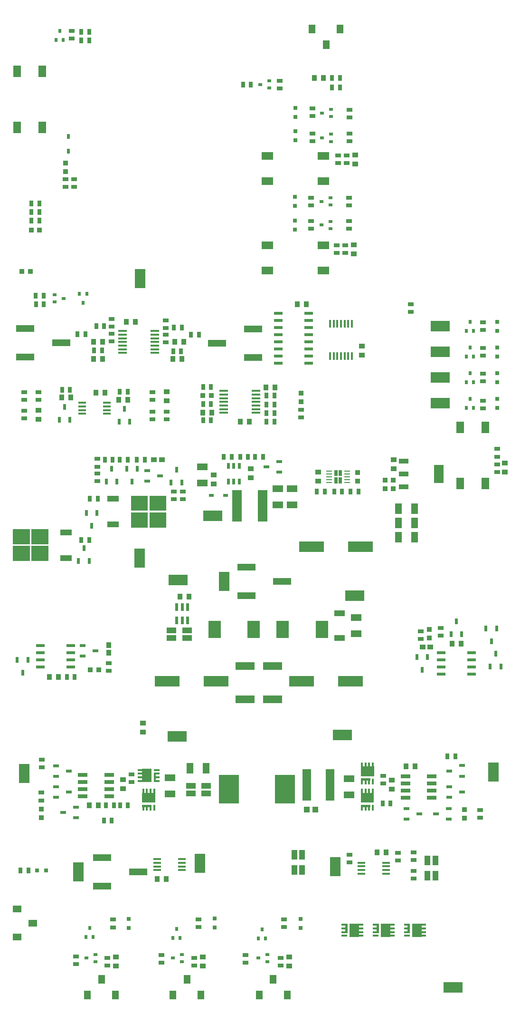
<source format=gtp>
G04*
G04 #@! TF.GenerationSoftware,Altium Limited,Altium Designer,21.2.1 (34)*
G04*
G04 Layer_Color=8421504*
%FSLAX25Y25*%
%MOIN*%
G70*
G04*
G04 #@! TF.SameCoordinates,E3247584-B976-4F33-B0A2-C8B4A793FEE3*
G04*
G04*
G04 #@! TF.FilePolarity,Positive*
G04*
G01*
G75*
%ADD17R,0.08268X0.04331*%
%ADD18R,0.04724X0.06299*%
%ADD19R,0.08268X0.05512*%
%ADD20R,0.02362X0.04331*%
%ADD21R,0.02205X0.05236*%
%ADD22R,0.04134X0.02362*%
%ADD23R,0.02362X0.04134*%
%ADD24R,0.03937X0.02362*%
%ADD25R,0.03150X0.02362*%
%ADD26R,0.06890X0.12598*%
%ADD27R,0.06890X0.03740*%
%ADD28R,0.05906X0.01772*%
%ADD29R,0.01772X0.05709*%
%ADD30R,0.05709X0.01772*%
%ADD31R,0.05512X0.01772*%
%ADD32R,0.04134X0.00984*%
%ADD33R,0.07008X0.02835*%
%ADD34R,0.06102X0.02362*%
%ADD35R,0.06299X0.02362*%
%ADD36R,0.07598X0.03937*%
%ADD37R,0.03347X0.01968*%
%ADD38R,0.06890X0.04331*%
%ADD39R,0.13583X0.05709*%
%ADD40R,0.02835X0.03898*%
%ADD41R,0.03937X0.03937*%
%ADD42R,0.12992X0.04685*%
%ADD43R,0.03150X0.03150*%
%ADD44R,0.01575X0.04331*%
%ADD45R,0.06496X0.22047*%
%ADD46R,0.07087X0.22441*%
%ADD47R,0.13976X0.20079*%
%ADD48R,0.08661X0.12402*%
%ADD49R,0.13583X0.07284*%
%ADD50R,0.05118X0.07480*%
%ADD51R,0.03937X0.03740*%
%ADD52R,0.03740X0.03543*%
%ADD53R,0.03740X0.03740*%
%ADD54R,0.17323X0.07480*%
%ADD55R,0.03740X0.03740*%
%ADD56R,0.03740X0.03937*%
%ADD57R,0.07480X0.05118*%
%ADD58R,0.03543X0.03740*%
%ADD59R,0.02362X0.03150*%
%ADD60R,0.02362X0.03937*%
%ADD61R,0.03150X0.03150*%
%ADD62R,0.04331X0.01575*%
%ADD63R,0.04331X0.06890*%
%ADD64R,0.03898X0.02835*%
%ADD65R,0.05512X0.08268*%
%ADD66R,0.06299X0.04724*%
%ADD67R,0.07284X0.13583*%
%ADD68R,0.01968X0.03347*%
G36*
X235724Y369465D02*
X233362D01*
Y373598D01*
X235724D01*
Y369465D01*
D02*
G37*
G36*
X232575D02*
X230213D01*
Y373598D01*
X232575D01*
Y369465D01*
D02*
G37*
G36*
X235724Y364347D02*
X233362D01*
Y368480D01*
X235724D01*
Y364347D01*
D02*
G37*
G36*
X232575D02*
X230213D01*
Y368480D01*
X232575D01*
Y364347D01*
D02*
G37*
G36*
X112303Y345091D02*
X100492D01*
Y355720D01*
X112303D01*
Y345091D01*
D02*
G37*
G36*
X99311D02*
X87500D01*
Y355720D01*
X99311D01*
Y345091D01*
D02*
G37*
G36*
X112303Y333279D02*
X100492D01*
Y343910D01*
X112303D01*
Y333279D01*
D02*
G37*
G36*
X99311D02*
X87500D01*
Y343910D01*
X99311D01*
Y333279D01*
D02*
G37*
G36*
X29500Y321590D02*
X17689D01*
Y332221D01*
X29500D01*
Y321590D01*
D02*
G37*
G36*
X16508D02*
X4697D01*
Y332221D01*
X16508D01*
Y321590D01*
D02*
G37*
G36*
X29500Y309780D02*
X17689D01*
Y320409D01*
X29500D01*
Y309780D01*
D02*
G37*
G36*
X16508D02*
X4697D01*
Y320409D01*
X16508D01*
Y309780D01*
D02*
G37*
G36*
X258126Y159043D02*
X248874D01*
Y165772D01*
X258126D01*
Y159043D01*
D02*
G37*
G36*
X255567Y155882D02*
X248874D01*
Y157457D01*
X255567D01*
Y155882D01*
D02*
G37*
G36*
X105095Y154874D02*
X103520D01*
Y161567D01*
X105095D01*
Y154874D01*
D02*
G37*
G36*
X101933D02*
X95205D01*
Y164126D01*
X101933D01*
Y154874D01*
D02*
G37*
G36*
X258102Y140543D02*
X248850D01*
Y147272D01*
X258102D01*
Y140543D01*
D02*
G37*
G36*
X104602D02*
X95350D01*
Y147272D01*
X104602D01*
Y140543D01*
D02*
G37*
G36*
X255543Y137382D02*
X248850D01*
Y138957D01*
X255543D01*
Y137382D01*
D02*
G37*
G36*
X102043D02*
X95350D01*
Y138957D01*
X102043D01*
Y137382D01*
D02*
G37*
G36*
X261457Y48933D02*
X259882D01*
Y55626D01*
X261457D01*
Y48933D01*
D02*
G37*
G36*
X239457D02*
X237882D01*
Y55626D01*
X239457D01*
Y48933D01*
D02*
G37*
G36*
X283299Y48902D02*
X281724D01*
Y55594D01*
X283299D01*
Y48902D01*
D02*
G37*
G36*
X269772Y46374D02*
X263043D01*
Y55626D01*
X269772D01*
Y46374D01*
D02*
G37*
G36*
X247772D02*
X241043D01*
Y55626D01*
X247772D01*
Y46374D01*
D02*
G37*
G36*
X291614Y46343D02*
X284886D01*
Y55594D01*
X291614D01*
Y46343D01*
D02*
G37*
D17*
X41901Y329976D02*
D03*
Y312023D02*
D03*
X75099Y335524D02*
D03*
Y353476D02*
D03*
D18*
X197217Y5488D02*
D03*
X177532D02*
D03*
X187374Y16512D02*
D03*
X126874D02*
D03*
X117032Y5488D02*
D03*
X136717D02*
D03*
X66874Y16512D02*
D03*
X57032Y5488D02*
D03*
X76717D02*
D03*
X224476Y671988D02*
D03*
X234319Y683012D02*
D03*
X214634D02*
D03*
D19*
X222661Y576142D02*
D03*
X183291D02*
D03*
X222661Y593858D02*
D03*
X183291D02*
D03*
X222661Y513642D02*
D03*
X183291D02*
D03*
X222661Y531358D02*
D03*
X183291D02*
D03*
D20*
X163500Y376524D02*
D03*
X159760D02*
D03*
X156020D02*
D03*
Y365500D02*
D03*
X159760D02*
D03*
X163500D02*
D03*
D21*
X127240Y277724D02*
D03*
X123500D02*
D03*
X119760D02*
D03*
Y268275D02*
D03*
X123500D02*
D03*
X127240D02*
D03*
D22*
X182472Y376000D02*
D03*
X191528Y379740D02*
D03*
Y372260D02*
D03*
X44000Y162500D02*
D03*
X34945Y158760D02*
D03*
Y166240D02*
D03*
X301472Y132500D02*
D03*
X310527Y136240D02*
D03*
Y128760D02*
D03*
X62528Y247000D02*
D03*
X53473Y243260D02*
D03*
Y250740D02*
D03*
X98972Y365760D02*
D03*
X108028Y369500D02*
D03*
X98972Y373240D02*
D03*
X44028Y148000D02*
D03*
X34972Y144260D02*
D03*
Y151740D02*
D03*
X39972Y133500D02*
D03*
X49028Y137240D02*
D03*
Y129760D02*
D03*
X319976Y159000D02*
D03*
Y166480D02*
D03*
X310921Y162740D02*
D03*
Y151740D02*
D03*
Y144260D02*
D03*
X319976Y148000D02*
D03*
D23*
X115760Y364972D02*
D03*
X123240D02*
D03*
X119500Y374027D02*
D03*
X295717Y242528D02*
D03*
X288236D02*
D03*
X291976Y233472D02*
D03*
X41000Y418027D02*
D03*
X44740Y408973D02*
D03*
X37260D02*
D03*
X83000Y416528D02*
D03*
X86740Y407473D02*
D03*
X79260D02*
D03*
X344240Y262528D02*
D03*
X336760D02*
D03*
X340500Y253472D02*
D03*
X339760Y235972D02*
D03*
X347240D02*
D03*
X343500Y245028D02*
D03*
D24*
X280972Y136240D02*
D03*
Y128760D02*
D03*
X290028Y132500D02*
D03*
D25*
X221645Y624067D02*
D03*
X227944Y626626D02*
D03*
Y621508D02*
D03*
X33850Y496559D02*
D03*
Y491441D02*
D03*
X40150Y494000D02*
D03*
X62650Y28941D02*
D03*
Y34059D02*
D03*
X56350Y31500D02*
D03*
X123299Y28941D02*
D03*
Y34059D02*
D03*
X117000Y31500D02*
D03*
X183150Y28941D02*
D03*
Y34059D02*
D03*
X176850Y31500D02*
D03*
X184626Y641441D02*
D03*
Y646559D02*
D03*
X178327Y644000D02*
D03*
X227626Y542941D02*
D03*
Y548059D02*
D03*
X221327Y545500D02*
D03*
X227626Y559441D02*
D03*
Y564559D02*
D03*
X221327Y562000D02*
D03*
X227976Y604000D02*
D03*
Y609118D02*
D03*
X221677Y606559D02*
D03*
D26*
X303697Y371000D02*
D03*
D27*
X278894Y361945D02*
D03*
Y371000D02*
D03*
Y380055D02*
D03*
D28*
X81559Y471177D02*
D03*
Y468618D02*
D03*
Y466059D02*
D03*
Y463500D02*
D03*
Y460941D02*
D03*
Y458382D02*
D03*
Y455823D02*
D03*
X104394D02*
D03*
Y458382D02*
D03*
Y460941D02*
D03*
Y463500D02*
D03*
Y466059D02*
D03*
Y468618D02*
D03*
Y471177D02*
D03*
X175417Y413823D02*
D03*
Y416382D02*
D03*
Y418941D02*
D03*
Y421500D02*
D03*
Y424059D02*
D03*
Y426618D02*
D03*
Y429177D02*
D03*
X152583D02*
D03*
Y426618D02*
D03*
Y424059D02*
D03*
Y421500D02*
D03*
Y418941D02*
D03*
Y416382D02*
D03*
Y413823D02*
D03*
D29*
X242677Y476394D02*
D03*
X240118D02*
D03*
X237559D02*
D03*
X235000D02*
D03*
X232441D02*
D03*
X229882D02*
D03*
X227323D02*
D03*
Y453559D02*
D03*
X229882D02*
D03*
X232441D02*
D03*
X235000D02*
D03*
X237559D02*
D03*
X240118D02*
D03*
X242677D02*
D03*
D30*
X266661Y90661D02*
D03*
Y93220D02*
D03*
Y95780D02*
D03*
Y98339D02*
D03*
X249339D02*
D03*
Y95780D02*
D03*
Y93220D02*
D03*
Y90661D02*
D03*
X53315Y420838D02*
D03*
Y418280D02*
D03*
Y415721D02*
D03*
Y413161D02*
D03*
X70638D02*
D03*
Y415721D02*
D03*
Y418280D02*
D03*
Y420838D02*
D03*
D31*
X105839Y100838D02*
D03*
Y98280D02*
D03*
Y95720D02*
D03*
Y93161D02*
D03*
X123161D02*
D03*
Y95720D02*
D03*
Y98280D02*
D03*
Y100838D02*
D03*
D32*
X226768Y372929D02*
D03*
Y370961D02*
D03*
Y368992D02*
D03*
Y367024D02*
D03*
Y365055D02*
D03*
X239169D02*
D03*
Y367024D02*
D03*
Y368992D02*
D03*
Y370961D02*
D03*
Y372929D02*
D03*
D33*
X298712Y144000D02*
D03*
Y149000D02*
D03*
Y154000D02*
D03*
Y159000D02*
D03*
X280287D02*
D03*
Y154000D02*
D03*
Y149000D02*
D03*
Y144000D02*
D03*
X72189Y160000D02*
D03*
Y155000D02*
D03*
Y150000D02*
D03*
Y145000D02*
D03*
X53764D02*
D03*
Y150000D02*
D03*
Y155000D02*
D03*
Y160000D02*
D03*
D34*
X326606Y245500D02*
D03*
Y240500D02*
D03*
Y235500D02*
D03*
Y230500D02*
D03*
X305346D02*
D03*
Y235500D02*
D03*
Y240500D02*
D03*
Y245500D02*
D03*
X45130Y235500D02*
D03*
Y240500D02*
D03*
Y245500D02*
D03*
Y250500D02*
D03*
X23870D02*
D03*
Y245500D02*
D03*
Y240500D02*
D03*
Y235500D02*
D03*
D35*
X190870Y483524D02*
D03*
Y478524D02*
D03*
Y473524D02*
D03*
Y468524D02*
D03*
Y463524D02*
D03*
Y458524D02*
D03*
Y453524D02*
D03*
Y448524D02*
D03*
X212130D02*
D03*
Y453524D02*
D03*
Y458524D02*
D03*
Y463524D02*
D03*
Y468524D02*
D03*
Y473524D02*
D03*
Y478524D02*
D03*
Y483524D02*
D03*
D36*
X233812Y255743D02*
D03*
Y273144D02*
D03*
D37*
X143882Y356000D02*
D03*
X154118D02*
D03*
D38*
X126913Y255744D02*
D03*
X116086Y261256D02*
D03*
X126913D02*
D03*
X116086Y255744D02*
D03*
X140413Y152256D02*
D03*
X129587Y146744D02*
D03*
X140413D02*
D03*
X129587Y152256D02*
D03*
D39*
X167500Y236114D02*
D03*
Y212886D02*
D03*
X187000Y236114D02*
D03*
Y212886D02*
D03*
D40*
X15500Y93000D02*
D03*
X10067D02*
D03*
X166284Y644000D02*
D03*
X171716D02*
D03*
X26217Y496000D02*
D03*
X20784D02*
D03*
X20807Y490000D02*
D03*
X26240D02*
D03*
X52784Y675000D02*
D03*
X58217D02*
D03*
X52784Y681000D02*
D03*
X58217D02*
D03*
X74717Y381000D02*
D03*
X69283D02*
D03*
X58784Y353500D02*
D03*
X64217D02*
D03*
X52784Y324500D02*
D03*
X58217D02*
D03*
X91783Y381000D02*
D03*
X97216D02*
D03*
X79783D02*
D03*
X85216D02*
D03*
X247217Y358500D02*
D03*
X241783D02*
D03*
X68567Y128000D02*
D03*
X74000D02*
D03*
X269717Y140000D02*
D03*
X264283D02*
D03*
X48000Y228500D02*
D03*
X42567D02*
D03*
X63283Y474500D02*
D03*
X68717D02*
D03*
X61760Y457500D02*
D03*
X67193D02*
D03*
X188216Y419500D02*
D03*
X182783D02*
D03*
X138284Y408500D02*
D03*
X143717D02*
D03*
X50067Y469000D02*
D03*
X55500D02*
D03*
X182783Y426000D02*
D03*
X188216D02*
D03*
X138284Y420000D02*
D03*
X143717D02*
D03*
X182783Y407500D02*
D03*
X188216D02*
D03*
X182783Y413500D02*
D03*
X188216D02*
D03*
X117283Y457000D02*
D03*
X122716D02*
D03*
X143717Y432000D02*
D03*
X138284D02*
D03*
X39283Y430000D02*
D03*
X44717D02*
D03*
X85150Y428500D02*
D03*
X79716D02*
D03*
X17784Y560500D02*
D03*
X23216D02*
D03*
X17784Y554500D02*
D03*
X23216D02*
D03*
X17784Y548500D02*
D03*
X23216D02*
D03*
X234193Y648500D02*
D03*
X228760D02*
D03*
X135216Y468500D02*
D03*
X129783D02*
D03*
X117783Y473500D02*
D03*
X123216D02*
D03*
X79976Y138500D02*
D03*
X85409D02*
D03*
X70043D02*
D03*
X75476D02*
D03*
X309784Y173000D02*
D03*
X315216D02*
D03*
X234216Y642000D02*
D03*
X228783D02*
D03*
X152784Y383000D02*
D03*
X158217D02*
D03*
X180217D02*
D03*
X174784D02*
D03*
X230283Y358500D02*
D03*
X235717D02*
D03*
X218067D02*
D03*
X223500D02*
D03*
X164284Y383000D02*
D03*
X169717D02*
D03*
D41*
X217000Y135500D02*
D03*
X211095D02*
D03*
D42*
X168500Y285500D02*
D03*
Y305500D02*
D03*
X193697Y295500D02*
D03*
X38598Y463000D02*
D03*
X13401Y473000D02*
D03*
Y453000D02*
D03*
X67402Y82000D02*
D03*
Y102000D02*
D03*
X92598Y92000D02*
D03*
X173140Y472736D02*
D03*
X147943Y462736D02*
D03*
X173140Y452736D02*
D03*
D43*
X27799Y93000D02*
D03*
X21500D02*
D03*
D44*
X96138Y136791D02*
D03*
X98697D02*
D03*
X101256D02*
D03*
X103815D02*
D03*
Y148209D02*
D03*
X101256D02*
D03*
X98697D02*
D03*
X96138D02*
D03*
X249661Y166709D02*
D03*
X252221D02*
D03*
X254780D02*
D03*
X257339D02*
D03*
Y155291D02*
D03*
X254780D02*
D03*
X252221D02*
D03*
X249661D02*
D03*
X249638Y148209D02*
D03*
X252197D02*
D03*
X254756D02*
D03*
X257315D02*
D03*
Y136791D02*
D03*
X254756D02*
D03*
X252197D02*
D03*
X249638D02*
D03*
D45*
X210831Y153000D02*
D03*
X227169D02*
D03*
D46*
X180055Y348500D02*
D03*
X161945D02*
D03*
D47*
X156130Y150000D02*
D03*
X195500D02*
D03*
D48*
X194033Y261943D02*
D03*
X221592D02*
D03*
X146220Y262000D02*
D03*
X173780D02*
D03*
D49*
X145000Y341500D02*
D03*
X120000Y187000D02*
D03*
X236000Y188000D02*
D03*
X304476Y474500D02*
D03*
Y456500D02*
D03*
Y438500D02*
D03*
Y420500D02*
D03*
X120500Y296500D02*
D03*
X244500Y285500D02*
D03*
X313500Y11000D02*
D03*
D50*
X286709Y326500D02*
D03*
X275291D02*
D03*
X128791Y164500D02*
D03*
X140209D02*
D03*
X275291Y346476D02*
D03*
X286709D02*
D03*
X275291Y336476D02*
D03*
X286709D02*
D03*
D51*
X297756Y249500D02*
D03*
X292244D02*
D03*
X145500Y370150D02*
D03*
Y363850D02*
D03*
X96000Y196150D02*
D03*
Y189850D02*
D03*
X103744Y381000D02*
D03*
X109256D02*
D03*
X219000Y372150D02*
D03*
Y365850D02*
D03*
X81976Y150350D02*
D03*
Y156649D02*
D03*
X270476Y156149D02*
D03*
Y149850D02*
D03*
X22500Y409350D02*
D03*
Y415650D02*
D03*
X112500Y428650D02*
D03*
Y422350D02*
D03*
X249500Y454350D02*
D03*
Y460649D02*
D03*
X350000Y378650D02*
D03*
Y372351D02*
D03*
X77000Y32149D02*
D03*
Y25850D02*
D03*
X138000Y32149D02*
D03*
Y25850D02*
D03*
X198500Y32149D02*
D03*
Y25850D02*
D03*
X244000Y531649D02*
D03*
Y525350D02*
D03*
X244976Y594650D02*
D03*
Y588350D02*
D03*
X272000Y380799D02*
D03*
Y374500D02*
D03*
X171500Y368350D02*
D03*
Y374650D02*
D03*
D52*
X266000Y366453D02*
D03*
Y360547D02*
D03*
X246500Y366000D02*
D03*
Y371905D02*
D03*
X271500Y360547D02*
D03*
Y366453D02*
D03*
X207000Y427453D02*
D03*
Y421547D02*
D03*
X24500Y135953D02*
D03*
Y130047D02*
D03*
X321500Y129547D02*
D03*
Y135453D02*
D03*
D53*
X16953Y513024D02*
D03*
X11047D02*
D03*
X59000Y233500D02*
D03*
X64905D02*
D03*
X17547Y542000D02*
D03*
X23453D02*
D03*
D54*
X248626Y320000D02*
D03*
X214374D02*
D03*
X147126Y225500D02*
D03*
X112874D02*
D03*
X207374D02*
D03*
X241626D02*
D03*
D55*
X41500Y583047D02*
D03*
Y588953D02*
D03*
X296976Y256047D02*
D03*
Y261953D02*
D03*
D56*
X58327Y138500D02*
D03*
X64626D02*
D03*
X287000Y166000D02*
D03*
X280701D02*
D03*
X72000Y245500D02*
D03*
Y251012D02*
D03*
X36500Y228500D02*
D03*
X30201D02*
D03*
X319126Y252000D02*
D03*
X312827D02*
D03*
X61327Y451500D02*
D03*
X67626D02*
D03*
X188673Y431500D02*
D03*
X182374D02*
D03*
X137850Y414000D02*
D03*
X144150D02*
D03*
X67650Y463500D02*
D03*
X61351D02*
D03*
X170650Y407500D02*
D03*
X164350D02*
D03*
X90650Y477500D02*
D03*
X84351D02*
D03*
X69150Y428000D02*
D03*
X62850D02*
D03*
X116850Y451500D02*
D03*
X123150D02*
D03*
X38850Y424500D02*
D03*
X45149D02*
D03*
X85150Y423000D02*
D03*
X78851D02*
D03*
X204350Y490000D02*
D03*
X210649D02*
D03*
X128149Y285000D02*
D03*
X121850D02*
D03*
X260350Y105500D02*
D03*
X266650D02*
D03*
X105850Y87000D02*
D03*
X112150D02*
D03*
X222626Y648500D02*
D03*
X216327D02*
D03*
X124500Y463500D02*
D03*
X118201D02*
D03*
D57*
X115000Y158000D02*
D03*
Y146583D02*
D03*
X240500Y145791D02*
D03*
Y157209D02*
D03*
X245500Y258791D02*
D03*
Y270209D02*
D03*
X190500Y360709D02*
D03*
Y349291D02*
D03*
X200500Y360709D02*
D03*
Y349291D02*
D03*
X137500Y364583D02*
D03*
Y376000D02*
D03*
D58*
X138024Y426000D02*
D03*
X143929D02*
D03*
D59*
X56559Y497150D02*
D03*
X51441D02*
D03*
X54000Y490850D02*
D03*
X34917Y675350D02*
D03*
X40036D02*
D03*
X37477Y681649D02*
D03*
X325476Y477649D02*
D03*
X328035Y471350D02*
D03*
X322917D02*
D03*
X325476Y459650D02*
D03*
X328035Y453350D02*
D03*
X322917D02*
D03*
X325476Y441649D02*
D03*
X328035Y435350D02*
D03*
X322917D02*
D03*
X325476Y423650D02*
D03*
X328035Y417350D02*
D03*
X322917D02*
D03*
X55941Y46350D02*
D03*
X61059D02*
D03*
X58500Y52649D02*
D03*
X119559Y51799D02*
D03*
X122118Y45500D02*
D03*
X117000D02*
D03*
X176941Y45350D02*
D03*
X182059D02*
D03*
X179500Y51649D02*
D03*
D60*
X54500Y319028D02*
D03*
X58240Y309972D02*
D03*
X50760D02*
D03*
X88240Y365445D02*
D03*
X84500Y374500D02*
D03*
X91980D02*
D03*
X60000Y334472D02*
D03*
X56260Y343528D02*
D03*
X63740D02*
D03*
X74000Y374500D02*
D03*
X77740Y365445D02*
D03*
X70260D02*
D03*
X15240Y240528D02*
D03*
X7760D02*
D03*
X11500Y231472D02*
D03*
X312260Y258472D02*
D03*
X319740D02*
D03*
X316000Y267528D02*
D03*
D61*
X344476Y477649D02*
D03*
Y471350D02*
D03*
Y453350D02*
D03*
Y459650D02*
D03*
Y441649D02*
D03*
Y435350D02*
D03*
Y423650D02*
D03*
Y417350D02*
D03*
X86000Y59000D02*
D03*
Y52701D02*
D03*
X146126Y59150D02*
D03*
Y52851D02*
D03*
X206500Y59000D02*
D03*
Y52701D02*
D03*
X202476Y548650D02*
D03*
Y542350D02*
D03*
Y565149D02*
D03*
Y558850D02*
D03*
X202976Y611150D02*
D03*
Y604850D02*
D03*
Y627649D02*
D03*
Y621350D02*
D03*
D62*
X248709Y54839D02*
D03*
Y52280D02*
D03*
Y49720D02*
D03*
Y47161D02*
D03*
X237291D02*
D03*
Y49720D02*
D03*
Y52280D02*
D03*
Y54839D02*
D03*
X259291D02*
D03*
Y52280D02*
D03*
Y49720D02*
D03*
Y47161D02*
D03*
X270709D02*
D03*
Y49720D02*
D03*
Y52280D02*
D03*
Y54839D02*
D03*
X292551Y54807D02*
D03*
Y52248D02*
D03*
Y49689D02*
D03*
Y47130D02*
D03*
X281134D02*
D03*
Y49689D02*
D03*
Y52248D02*
D03*
Y54807D02*
D03*
X105685Y155661D02*
D03*
Y158221D02*
D03*
Y160780D02*
D03*
Y163338D02*
D03*
X94268D02*
D03*
Y160780D02*
D03*
Y158221D02*
D03*
Y155661D02*
D03*
D63*
X301256Y99913D02*
D03*
X295744Y89087D02*
D03*
Y99913D02*
D03*
X301256Y89087D02*
D03*
X207756Y93087D02*
D03*
X202244Y103913D02*
D03*
Y93087D02*
D03*
X207756Y103913D02*
D03*
D64*
X192000Y646716D02*
D03*
Y641284D02*
D03*
X46000Y681716D02*
D03*
Y676284D02*
D03*
X284000Y490000D02*
D03*
Y484567D02*
D03*
X64000Y365784D02*
D03*
Y371217D02*
D03*
X41500Y577716D02*
D03*
Y572284D02*
D03*
X64000Y381433D02*
D03*
Y376000D02*
D03*
X47500Y577716D02*
D03*
Y572284D02*
D03*
X117500Y358717D02*
D03*
Y353284D02*
D03*
X124000D02*
D03*
Y358717D02*
D03*
X87976Y160216D02*
D03*
Y154783D02*
D03*
X264500Y153784D02*
D03*
Y159216D02*
D03*
X72000Y238216D02*
D03*
Y232784D02*
D03*
X290976Y260717D02*
D03*
Y255283D02*
D03*
X305000Y257567D02*
D03*
Y263000D02*
D03*
X12500Y428217D02*
D03*
Y422784D02*
D03*
X22500D02*
D03*
Y428217D02*
D03*
X112500Y409260D02*
D03*
Y414693D02*
D03*
X102500Y414716D02*
D03*
Y409283D02*
D03*
X12500Y415216D02*
D03*
Y409784D02*
D03*
X102500Y422784D02*
D03*
Y428217D02*
D03*
X74000Y469217D02*
D03*
Y463783D02*
D03*
X112000Y463283D02*
D03*
Y468716D02*
D03*
X74000Y479716D02*
D03*
Y474284D02*
D03*
X207000Y415933D02*
D03*
Y410500D02*
D03*
X112000Y478717D02*
D03*
Y473283D02*
D03*
X344500Y372284D02*
D03*
Y377716D02*
D03*
X334476Y477216D02*
D03*
Y471783D02*
D03*
Y459216D02*
D03*
Y453784D02*
D03*
X334476Y435783D02*
D03*
Y441217D02*
D03*
X334476Y422217D02*
D03*
Y416784D02*
D03*
X344500Y383000D02*
D03*
Y388433D02*
D03*
X286000Y100284D02*
D03*
Y105717D02*
D03*
X275000Y99783D02*
D03*
Y105217D02*
D03*
X286000Y92716D02*
D03*
Y87283D02*
D03*
X241000Y103933D02*
D03*
Y98500D02*
D03*
X75000Y53067D02*
D03*
Y58500D02*
D03*
X135000Y53284D02*
D03*
Y58716D02*
D03*
X195000Y53284D02*
D03*
Y58716D02*
D03*
X48874Y27283D02*
D03*
Y32717D02*
D03*
X108874Y28284D02*
D03*
Y33716D02*
D03*
X168000Y28284D02*
D03*
Y33716D02*
D03*
X71000Y31717D02*
D03*
Y26283D02*
D03*
X132000Y31716D02*
D03*
Y26283D02*
D03*
X192500Y31716D02*
D03*
Y26283D02*
D03*
X213977Y548216D02*
D03*
Y542783D02*
D03*
Y564716D02*
D03*
Y559283D02*
D03*
X214977Y609717D02*
D03*
Y604284D02*
D03*
X214976Y627216D02*
D03*
Y621783D02*
D03*
X240476Y542783D02*
D03*
Y548216D02*
D03*
Y559283D02*
D03*
Y564716D02*
D03*
X240976Y604284D02*
D03*
Y609717D02*
D03*
Y620784D02*
D03*
Y626217D02*
D03*
X237977Y525783D02*
D03*
Y531216D02*
D03*
X239000Y588784D02*
D03*
Y594216D02*
D03*
X231977Y525783D02*
D03*
Y531216D02*
D03*
X233000Y588784D02*
D03*
Y594216D02*
D03*
X25000Y170717D02*
D03*
Y165284D02*
D03*
X24500Y147433D02*
D03*
Y142000D02*
D03*
X332500Y135216D02*
D03*
Y129783D02*
D03*
D65*
X25335Y653185D02*
D03*
Y613815D02*
D03*
X7618Y653185D02*
D03*
Y613815D02*
D03*
X318642Y364315D02*
D03*
Y403685D02*
D03*
X336358Y364315D02*
D03*
Y403685D02*
D03*
D66*
X18488Y56000D02*
D03*
X7464Y65842D02*
D03*
Y46158D02*
D03*
D67*
X12500Y161000D02*
D03*
X342000Y162000D02*
D03*
X231000Y95500D02*
D03*
X136000Y98000D02*
D03*
X50500Y92000D02*
D03*
X153000Y295500D02*
D03*
X94000Y508000D02*
D03*
X93500Y312000D02*
D03*
D68*
X43500Y597382D02*
D03*
Y607618D02*
D03*
M02*

</source>
